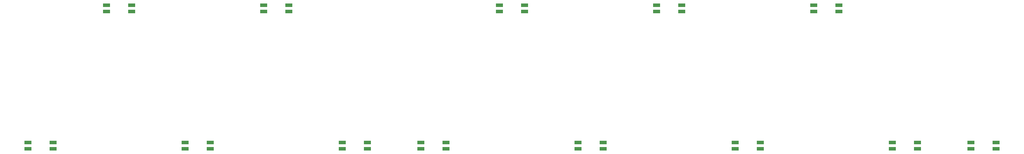
<source format=gtp>
G04 #@! TF.GenerationSoftware,KiCad,Pcbnew,8.0.3*
G04 #@! TF.CreationDate,2024-07-07T23:06:26-07:00*
G04 #@! TF.ProjectId,melokey,6d656c6f-6b65-4792-9e6b-696361645f70,rev?*
G04 #@! TF.SameCoordinates,Original*
G04 #@! TF.FileFunction,Paste,Top*
G04 #@! TF.FilePolarity,Positive*
%FSLAX46Y46*%
G04 Gerber Fmt 4.6, Leading zero omitted, Abs format (unit mm)*
G04 Created by KiCad (PCBNEW 8.0.3) date 2024-07-07 23:06:26*
%MOMM*%
%LPD*%
G01*
G04 APERTURE LIST*
%ADD10R,1.800000X0.820000*%
G04 APERTURE END LIST*
D10*
G04 #@! TO.C,D25*
X363543750Y-228167500D03*
X363543750Y-229667500D03*
X369563750Y-229667500D03*
X369563750Y-228167500D03*
G04 #@! TD*
G04 #@! TO.C,D20*
X211143750Y-228167500D03*
X211143750Y-229667500D03*
X217163750Y-229667500D03*
X217163750Y-228167500D03*
G04 #@! TD*
G04 #@! TO.C,D29*
X287343750Y-194830000D03*
X287343750Y-196330000D03*
X293363750Y-196330000D03*
X293363750Y-194830000D03*
G04 #@! TD*
G04 #@! TO.C,D21*
X230193750Y-228167500D03*
X230193750Y-229667500D03*
X236213750Y-229667500D03*
X236213750Y-228167500D03*
G04 #@! TD*
G04 #@! TO.C,D30*
X325443750Y-194830000D03*
X325443750Y-196330000D03*
X331463750Y-196330000D03*
X331463750Y-194830000D03*
G04 #@! TD*
G04 #@! TO.C,D23*
X306393750Y-228167500D03*
X306393750Y-229667500D03*
X312413750Y-229667500D03*
X312413750Y-228167500D03*
G04 #@! TD*
G04 #@! TO.C,D28*
X249243750Y-194830000D03*
X249243750Y-196330000D03*
X255263750Y-196330000D03*
X255263750Y-194830000D03*
G04 #@! TD*
G04 #@! TO.C,D19*
X173043750Y-228167500D03*
X173043750Y-229667500D03*
X179063750Y-229667500D03*
X179063750Y-228167500D03*
G04 #@! TD*
G04 #@! TO.C,D26*
X153993750Y-194830000D03*
X153993750Y-196330000D03*
X160013750Y-196330000D03*
X160013750Y-194830000D03*
G04 #@! TD*
G04 #@! TO.C,D27*
X192093750Y-194830000D03*
X192093750Y-196330000D03*
X198113750Y-196330000D03*
X198113750Y-194830000D03*
G04 #@! TD*
G04 #@! TO.C,D22*
X268293750Y-228167500D03*
X268293750Y-229667500D03*
X274313750Y-229667500D03*
X274313750Y-228167500D03*
G04 #@! TD*
G04 #@! TO.C,D18*
X134943750Y-228167500D03*
X134943750Y-229667500D03*
X140963750Y-229667500D03*
X140963750Y-228167500D03*
G04 #@! TD*
G04 #@! TO.C,D24*
X344493750Y-228167500D03*
X344493750Y-229667500D03*
X350513750Y-229667500D03*
X350513750Y-228167500D03*
G04 #@! TD*
M02*

</source>
